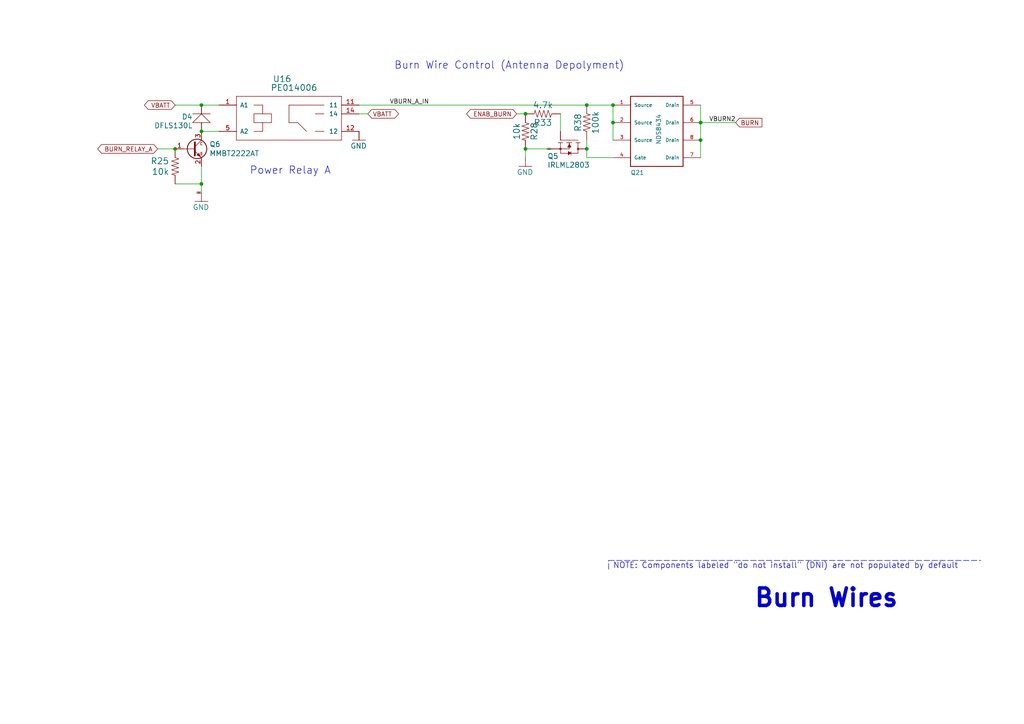
<source format=kicad_sch>
(kicad_sch (version 20211123) (generator eeschema)
  (paper "A4")
  (title_block (title "PyCubed Mainboard") (date "2021-06-09") (rev "v05c") (company "Max Holliday"))
  (lib_symbols
    (symbol "mainboard:DFLS130L" (pin_names (offset 1.016))
      (property "Reference" "D" (at 0 2.54 0))
      (property "Value" "DFLS130L" (at 0 -5.08 0))
      (symbol "DFLS130L_1_0"
        (polyline (pts (xy 0 -2.54) (xy 2.54 0)))
        (polyline (pts (xy 0 2.54) (xy 0 -2.54)))
        (polyline (pts (xy 2.54 0) (xy 0 2.54)))
        (polyline (pts (xy 2.54 2.54) (xy 2.54 -2.54)))
        (pin bidirectional line (at -2.54 0 0) (length 2.54) (name "A") (number "A"))
        (pin bidirectional line (at 5.08 0 180) (length 2.54) (name "C") (number "C"))
      )
    )
    (symbol "mainboard:GND" (power) (pin_names (offset 1.016))
      (property "Value" "GND" (at -2.54 -2.54 0))
      (symbol "GND_1_0"
        (polyline (pts (xy -1.905 0) (xy 1.905 0)))
        (pin power_in line (at 0 2.54 270) (length 2.54) (name "GND") (number "1"))
      )
    )
    (symbol "mainboard:IRLML2803TRPBF" (pin_names (offset 1.016))
      (property "Reference" "Q" (at -11.43 1.27 0))
      (property "Value" "IRLML2803TRPBF" (at -11.43 3.81 0))
      (symbol "IRLML2803TRPBF_1_0"
        (polyline (pts (xy 0 2.54) (xy 0 -2.54)))
        (polyline (pts (xy 0.762 -2.54) (xy 0.762 -3.175)))
        (polyline (pts (xy 0.762 -1.905) (xy 0.762 -2.54)))
        (polyline (pts (xy 0.762 0) (xy 0.762 -0.762)))
        (polyline (pts (xy 0.762 0) (xy 2.54 0)))
        (polyline (pts (xy 0.762 0.762) (xy 0.762 0)))
        (polyline (pts (xy 0.762 2.54) (xy 0.762 1.905)))
        (polyline (pts (xy 0.762 2.54) (xy 3.81 2.54)))
        (polyline (pts (xy 0.762 3.175) (xy 0.762 2.54)))
        (polyline (pts (xy 2.54 -2.54) (xy 0.762 -2.54)))
        (polyline (pts (xy 2.54 -2.54) (xy 3.81 -2.54)))
        (polyline (pts (xy 2.54 0) (xy 2.54 -2.54)))
        (polyline (pts (xy 3.302 0.508) (xy 3.81 0.508)))
        (polyline (pts (xy 3.81 -0.508) (xy 3.81 -2.54)))
        (polyline (pts (xy 3.81 0.508) (xy 3.81 -0.508)))
        (polyline (pts (xy 3.81 0.508) (xy 4.318 0.508)))
        (polyline (pts (xy 3.81 2.54) (xy 3.81 0.508)))
        (polyline (pts (xy 1.016 0) (xy 2.032 0.508) (xy 2.032 -0.508)) (fill (type outline)))
        (polyline (pts (xy 3.81 0.508) (xy 3.302 -0.254) (xy 4.318 -0.254)) (fill (type outline)))
        (circle (center 2.54 -2.54) (radius 0.254))
        (circle (center 2.54 2.54) (radius 0.254))
        (pin passive line (at -2.54 -2.54 0) (length 2.54) (name "G") (number "1"))
        (pin passive line (at 2.54 -5.08 90) (length 2.54) (name "S") (number "2"))
        (pin passive line (at 2.54 5.08 270) (length 2.54) (name "D") (number "3"))
      )
    )
    (symbol "mainboard:MMBT2222AT" (pin_names (offset 1.016) hide)
      (property "Reference" "Q" (at -8.89 3.81 0))
      (property "Value" "MMBT2222AT" (at 2.54 -1.27 0))
      (symbol "MMBT2222AT_0_1"
        (polyline (pts (xy -5.08 0) (xy -1.905 0)))
        (polyline (pts (xy -0.127 -1.397) (xy 0.254 -1.397)))
        (polyline (pts (xy -0.127 -1.016) (xy 0.254 -1.016)))
        (polyline (pts (xy -0.127 -1.016) (xy -0.127 -1.778) (xy 0.254 -1.778)))
        (polyline (pts (xy 0.254 1.905) (xy -0.127 1.905) (xy -0.254 1.651) (xy -0.254 1.397) (xy -0.127 1.143) (xy 0.254 1.143)))
      )
      (symbol "MMBT2222AT_1_1"
        (circle (center -1.27 0) (radius 2.8194) (stroke (width 0.254)))
        (polyline (pts (xy -1.905 0.635) (xy 0 2.54)))
        (polyline (pts (xy -1.905 -0.635) (xy 0 -2.54) (xy 0 -2.54)))
        (polyline (pts (xy -1.905 1.905) (xy -1.905 -1.905) (xy -1.905 -1.905)) (stroke (width 0.508)))
        (polyline (pts (xy -1.27 -1.778) (xy -0.762 -1.27) (xy -0.254 -2.286) (xy -1.27 -1.778) (xy -1.27 -1.778)) (fill (type outline)))
        (pin input line (at -7.62 0 0) (length 2.54) (name "B") (number "1"))
        (pin passive line (at 0 -5.08 90) (length 2.54) (name "E") (number "2"))
        (pin passive line (at 0 5.08 270) (length 2.54) (name "C") (number "3"))
      )
    )
    (symbol "mainboard:NDS8434" (pin_names (offset 1.016))
      (symbol "NDS8434_0_0"
        (polyline (pts (xy -7.62 -10.16) (xy -7.62 10.16)) (stroke (width 0.254)))
        (polyline (pts (xy -7.62 10.16) (xy 7.62 10.16)) (stroke (width 0.254)))
        (polyline (pts (xy 7.62 -10.16) (xy -7.62 -10.16)) (stroke (width 0.254)))
        (polyline (pts (xy 7.62 10.16) (xy 7.62 -10.16)) (stroke (width 0.254)))
        (pin bidirectional line (at -12.7 7.62 0) (length 5.08) (name "Source") (number "1"))
        (pin bidirectional line (at -12.7 2.54 0) (length 5.08) (name "Source") (number "2"))
        (pin bidirectional line (at -12.7 -2.54 0) (length 5.08) (name "Source") (number "3"))
        (pin bidirectional line (at -12.7 -7.62 0) (length 5.08) (name "Gate") (number "4"))
        (pin bidirectional line (at 12.7 7.62 180) (length 5.08) (name "Drain") (number "5"))
        (pin bidirectional line (at 12.7 2.54 180) (length 5.08) (name "Drain") (number "6"))
        (pin bidirectional line (at 12.7 -7.62 180) (length 5.08) (name "Drain") (number "7"))
        (pin bidirectional line (at 12.7 -2.54 180) (length 5.08) (name "Drain") (number "8"))
      )
    )
    (symbol "mainboard:PE014005" (pin_names (offset 1.016))
      (property "Reference" "U" (at -2.1844 9.1186 0))
      (property "Value" "PE014005" (at -2.8194 6.5786 0))
      (symbol "PE014005_1_0"
        (polyline (pts (xy -12.7 -7.62) (xy 17.78 -7.62)))
        (polyline (pts (xy -12.7 5.08) (xy -12.7 -7.62)))
        (polyline (pts (xy -7.62 -2.54) (xy -7.62 0)))
        (polyline (pts (xy -7.62 0) (xy -5.08 0)))
        (polyline (pts (xy -7.62 2.54) (xy -5.08 2.54)))
        (polyline (pts (xy -5.08 -5.08) (xy -7.62 -5.08)))
        (polyline (pts (xy -5.08 -2.54) (xy -7.62 -2.54)))
        (polyline (pts (xy -5.08 -2.54) (xy -5.08 -5.08)))
        (polyline (pts (xy -5.08 0) (xy -2.54 0)))
        (polyline (pts (xy -5.08 2.54) (xy -5.08 0)))
        (polyline (pts (xy -2.54 -2.54) (xy -5.08 -2.54)))
        (polyline (pts (xy -2.54 0) (xy -2.54 -2.54)))
        (polyline (pts (xy 2.54 -2.54) (xy 5.08 -2.54)))
        (polyline (pts (xy 2.54 2.54) (xy 2.54 -2.54)))
        (polyline (pts (xy 5.08 -2.54) (xy 7.62 -5.08)))
        (polyline (pts (xy 12.7 -5.08) (xy 10.16 -5.08)))
        (polyline (pts (xy 12.7 0) (xy 10.16 0)))
        (polyline (pts (xy 12.7 2.54) (xy 2.54 2.54)))
        (polyline (pts (xy 17.78 -7.62) (xy 17.78 5.08)))
        (polyline (pts (xy 17.78 5.08) (xy -12.7 5.08)))
        (pin passive line (at -17.78 2.54 0) (length 5.08) (name "A1") (number "1"))
        (pin passive line (at 22.86 2.54 180) (length 5.08) (name "11") (number "11"))
        (pin passive line (at 22.86 -5.08 180) (length 5.08) (name "12") (number "12"))
        (pin passive line (at 22.86 0 180) (length 5.08) (name "14") (number "14"))
        (pin passive line (at -17.78 -5.08 0) (length 5.08) (name "A2") (number "5"))
      )
    )
    (symbol "mainboard:RESISTOR0603" (pin_names (offset 1.016))
      (property "Reference" "R" (at 0 1.524 0))
      (property "Value" "RESISTOR0603" (at 0 -1.524 0))
      (symbol "RESISTOR0603_1_0"
        (polyline (pts (xy -2.54 0) (xy -2.159 1.016)))
        (polyline (pts (xy -2.159 1.016) (xy -1.524 -1.016)))
        (polyline (pts (xy -1.524 -1.016) (xy -0.889 1.016)))
        (polyline (pts (xy -0.889 1.016) (xy -0.254 -1.016)))
        (polyline (pts (xy -0.254 -1.016) (xy 0.381 1.016)))
        (polyline (pts (xy 0.381 1.016) (xy 1.016 -1.016)))
        (polyline (pts (xy 1.016 -1.016) (xy 1.651 1.016)))
        (polyline (pts (xy 1.651 1.016) (xy 2.286 -1.016)))
        (polyline (pts (xy 2.286 -1.016) (xy 2.54 0)))
        (pin passive line (at -5.08 0 0) (length 2.54) (name "1") (number "1"))
        (pin passive line (at 5.08 0 180) (length 2.54) (name "2") (number "2"))
      )
    )
  )
  (junction (at 170.18 43.18))
  (junction (at 177.8 35.56))
  (junction (at 152.4 43.18))
  (junction (at 50.8 43.18))
  (junction (at 58.42 30.48))
  (junction (at 177.8 30.48))
  (junction (at 152.4 33.02))
  (junction (at 203.2 40.64))
  (junction (at 58.42 53.34))
  (junction (at 170.18 30.48))
  (junction (at 203.2 35.56))
  (junction (at 58.42 38.1))
  (wire (pts (xy 170.18 40.64) (xy 170.18 43.18)))
  (wire (pts (xy 177.8 30.48) (xy 170.18 30.48)))
  (wire (pts (xy 58.42 53.34) (xy 58.42 48.26)))
  (wire (pts (xy 203.2 40.64) (xy 203.2 35.56)))
  (wire (pts (xy 58.42 38.1) (xy 63.5 38.1)))
  (polyline (pts (xy 176.53 162.56) (xy 284.48 162.56)))
  (wire (pts (xy 162.56 38.1) (xy 162.56 33.02)))
  (polyline (pts (xy 176.53 165.1) (xy 176.53 162.56)))
  (wire (pts (xy 58.42 55.88) (xy 58.42 53.34)))
  (wire (pts (xy 177.8 45.72) (xy 170.18 45.72)))
  (wire (pts (xy 63.5 30.48) (xy 58.42 30.48)))
  (wire (pts (xy 160.02 43.18) (xy 152.4 43.18)))
  (wire (pts (xy 203.2 45.72) (xy 203.2 40.64)))
  (wire (pts (xy 104.14 33.02) (xy 106.68 33.02)))
  (wire (pts (xy 152.4 33.02) (xy 149.86 33.02)))
  (wire (pts (xy 45.72 43.18) (xy 50.8 43.18)))
  (wire (pts (xy 177.8 35.56) (xy 177.8 30.48)))
  (wire (pts (xy 50.8 53.34) (xy 58.42 53.34)))
  (wire (pts (xy 177.8 40.64) (xy 177.8 35.56)))
  (wire (pts (xy 58.42 30.48) (xy 50.8 30.48)))
  (wire (pts (xy 152.4 43.18) (xy 152.4 45.72)))
  (wire (pts (xy 104.14 30.48) (xy 170.18 30.48)))
  (wire (pts (xy 170.18 45.72) (xy 170.18 43.18)))
  (wire (pts (xy 203.2 35.56) (xy 203.2 30.48)))
  (wire (pts (xy 203.2 35.56) (xy 213.36 35.56)))
  (text "Burn Wires" (at 218.44 176.53 0) (effects (font (size 5.08 5.08) (thickness 1.016) bold) (justify left bottom)))
  (text "NOTE: Components labeled \"do not install\" (DNI) are not populated by default" (at 177.8 165.1 0) (effects (font (size 1.651 1.651)) (justify left bottom)))
  (text "Burn Wire Control (Antenna Depolyment)" (at 114.3 20.32 0) (effects (font (size 2.159 2.159)) (justify left bottom)))
  (text "Power Relay A" (at 72.39 50.8 0) (effects (font (size 2.159 2.159)) (justify left bottom)))
  (label "VBURN_A_IN" (at 124.46 30.48 180))
  (label "VBURN2" (at 213.36 35.56 180))
  (global_label "GND" (shape bidirectional) (at 58.42 55.88 180) (effects (font (size 0.254 0.254))) (property "Intersheet References" "${INTERSHEET_REFS}" (effects hide)))
  (global_label "VBATT" (shape bidirectional) (at 50.8 30.48 180) (property "Intersheet References" "${INTERSHEET_REFS}" (effects hide)))
  (global_label "VBATT" (shape bidirectional) (at 106.68 33.02 0) (property "Intersheet References" "${INTERSHEET_REFS}" (effects hide)))
  (global_label "BURN" (shape input) (at 213.36 35.56 0) (property "Intersheet References" "${INTERSHEET_REFS}" (effects hide)))
  (global_label "GND" (shape bidirectional) (at 160.02 43.18 180) (effects (font (size 0.254 0.254))) (property "Intersheet References" "${INTERSHEET_REFS}" (effects hide)))
  (global_label "BURN_RELAY_A" (shape bidirectional) (at 45.72 43.18 180) (property "Intersheet References" "${INTERSHEET_REFS}" (effects hide)))
  (global_label "ENAB_BURN" (shape bidirectional) (at 149.86 33.02 180) (property "Intersheet References" "${INTERSHEET_REFS}" (effects hide)))
  (symbol (lib_id "mainboard:RESISTOR0603") (at 157.48 33.02 180) (unit 1)
    (property "Reference" "R33" (at 157.48 34.544 0) (effects (font (size 1.778 1.778)) (justify bottom)))
    (property "Value" "4.7k" (at 157.48 31.496 0) (effects (font (size 1.778 1.778)) (justify top)))
    (property "Footprint" "Resistor_SMD:R_0603_1608Metric" (effects hide))
    (property "Description" "4.7k 0603" (effects hide))
  )
  (symbol (lib_id "mainboard:DFLS130L") (at 58.42 35.56 90) (unit 1)
    (property "Reference" "D4" (at 55.88 33.02 90) (effects (font (size 1.4986 1.4986)) (justify left bottom)))
    (property "Value" "DFLS130L" (at 55.88 35.56 90) (effects (font (size 1.4986 1.4986)) (justify left bottom)))
    (property "Footprint" "mainboard:PWRDI-123" (effects hide))
    (property "Datasheet" "https://www.diodes.com/assets/Datasheets/ds30492.pdf" (effects hide))
    (property "Description" "Schottky Diode - 30V 1A" (effects hide))
    (property "Flight" "DFLS130L-7" (effects hide))
    (property "Manufacturer_Name" "Diodes Incorporated" (effects hide))
    (property "Manufacturer_Part_Number" "DFLS130L-7" (effects hide))
    (property "Proto" "DFLS130L" (effects hide))
  )
  (symbol (lib_id "mainboard:RESISTOR0603") (at 50.8 48.26 270) (unit 1)
    (property "Reference" "R25" (at 49.0982 46.7106 90) (effects (font (size 1.778 1.778)) (justify right)))
    (property "Value" "10k" (at 49.0982 49.784 90) (effects (font (size 1.778 1.778)) (justify right)))
    (property "Footprint" "Resistor_SMD:R_0603_1608Metric" (effects hide))
    (property "Description" "10k 0603" (effects hide))
  )
  (symbol (lib_id "mainboard:GND") (at 152.4 48.26 0) (unit 1)
    (property "Reference" "#GND056" (effects hide))
    (property "Value" "GND" (at 149.86 50.8 0) (effects (font (size 1.4986 1.4986)) (justify left bottom)))
  )
  (symbol (lib_id "mainboard:RESISTOR0603") (at 152.4 38.1 270) (unit 1)
    (property "Reference" "R28" (at 153.924 38.1 0) (effects (font (size 1.778 1.778)) (justify bottom)))
    (property "Value" "10k" (at 150.876 38.1 0) (effects (font (size 1.778 1.778)) (justify top)))
    (property "Footprint" "Resistor_SMD:R_0603_1608Metric" (effects hide))
    (property "Description" "10k 0603" (effects hide))
  )
  (symbol (lib_id "mainboard:NDS8434") (at 190.5 38.1 0) (unit 1)
    (property "Reference" "Q21" (at 182.88 50.8 0) (effects (justify left bottom)))
    (property "Value" "NDS8434" (at 191.77 41.91 90) (effects (justify left bottom)))
    (property "Footprint" "mainboard:NDS8434" (effects hide))
    (property "Datasheet" "https://www.onsemi.com/pdf/datasheet/nds8434-d.pdf" (effects hide))
    (property "Description" "P-Channel MOSFET" (effects hide))
    (property "Flight" "NDS8434" (effects hide))
    (property "Manufacturer_Name" "ON Semiconductor" (effects hide))
    (property "Manufacturer_Part_Number" "NDS8434" (effects hide))
    (property "Proto" "DMP2022LSS-13" (effects hide))
  )
  (symbol (lib_id "mainboard:MMBT2222AT") (at 58.42 43.18 0) (unit 1)
    (property "Reference" "Q6" (at 60.7314 41.8338 0) (effects (font (size 1.4986 1.4986)) (justify left)))
    (property "Value" "MMBT2222AT" (at 60.7314 44.5008 0) (effects (font (size 1.4986 1.4986)) (justify left)))
    (property "Footprint" "mainboard:SOT-23" (effects hide))
    (property "Datasheet" "https://www.onsemi.com/pdf/datasheet/mmbt2222att1-d.pdf" (effects hide))
    (property "Description" "Single NPN BJT" (effects hide))
    (property "Flight" "NSVMMBT2222ATT1G" (effects hide))
    (property "Manufacturer_Name" "ON Semiconductor" (effects hide))
    (property "Manufacturer_Part_Number" "MMBT2222ALT1G" (effects hide))
    (property "Proto" "MMBT2222ALT1G" (effects hide))
  )
  (symbol (lib_id "mainboard:IRLML2803TRPBF") (at 165.1 40.64 270) (unit 1)
    (property "Reference" "Q5" (at 158.75 44.45 90) (effects (font (size 1.4986 1.4986)) (justify left top)))
    (property "Value" "IRLML2803" (at 158.75 46.99 90) (effects (font (size 1.4986 1.4986)) (justify left top)))
    (property "Footprint" "mainboard:SOT-23" (effects hide))
    (property "Datasheet" "https://www.onsemi.com/pdf/datasheet/mmbt2222att1-d.pdf" (effects hide))
    (property "Description" "Single N-Channel MOSFET" (effects hide))
    (property "Flight" "MMBT2222AT " (effects hide))
    (property "Manufacturer_Name" "ON Semiconductor" (effects hide))
    (property "Manufacturer_Part_Number" "MMBT2222AT " (effects hide))
    (property "Proto" "2302" (effects hide))
  )
  (symbol (lib_id "mainboard:RESISTOR0603") (at 170.18 35.56 90) (unit 1)
    (property "Reference" "R38" (at 168.656 35.56 0) (effects (font (size 1.778 1.778)) (justify bottom)))
    (property "Value" "100k" (at 171.704 35.56 0) (effects (font (size 1.778 1.778)) (justify top)))
    (property "Footprint" "Resistor_SMD:R_0603_1608Metric" (effects hide))
    (property "Description" "100K 0603" (effects hide))
  )
  (symbol (lib_id "mainboard:GND") (at 104.14 40.64 0) (unit 1)
    (property "Reference" "#GND052" (effects hide))
    (property "Value" "GND" (at 101.6 43.18 0) (effects (font (size 1.4986 1.4986)) (justify left bottom)))
  )
  (symbol (lib_id "mainboard:PE014005") (at 81.28 33.02 0) (unit 1)
    (property "Reference" "U16" (at 79.0956 23.9014 0) (effects (font (size 1.7526 1.7526)) (justify left bottom)))
    (property "Value" "PE014006" (at 78.4606 26.4414 0) (effects (font (size 1.7526 1.7526)) (justify left bottom)))
    (property "Footprint" "mainboard:RELAY_PE014006" (effects hide))
    (property "Datasheet" "https://www.te.com/usa-en/product-PE014006.html" (effects hide))
    (property "Description" "5A 6V SPDT General Purpose Relay" (effects hide))
    (property "Flight" "PE014006 TE" (effects hide))
    (property "Manufacturer_Name" "TE Connectivity" (effects hide))
    (property "Manufacturer_Part_Number" "PE014006 TE" (effects hide))
    (property "Proto" "TE Connectivity" (effects hide))
  )
  (symbol (lib_id "mainboard:GND") (at 58.42 58.42 0) (unit 1)
    (property "Reference" "#GND049" (effects hide))
    (property "Value" "GND" (at 55.88 60.96 0) (effects (font (size 1.4986 1.4986)) (justify left bottom)))
  )
)
</source>
